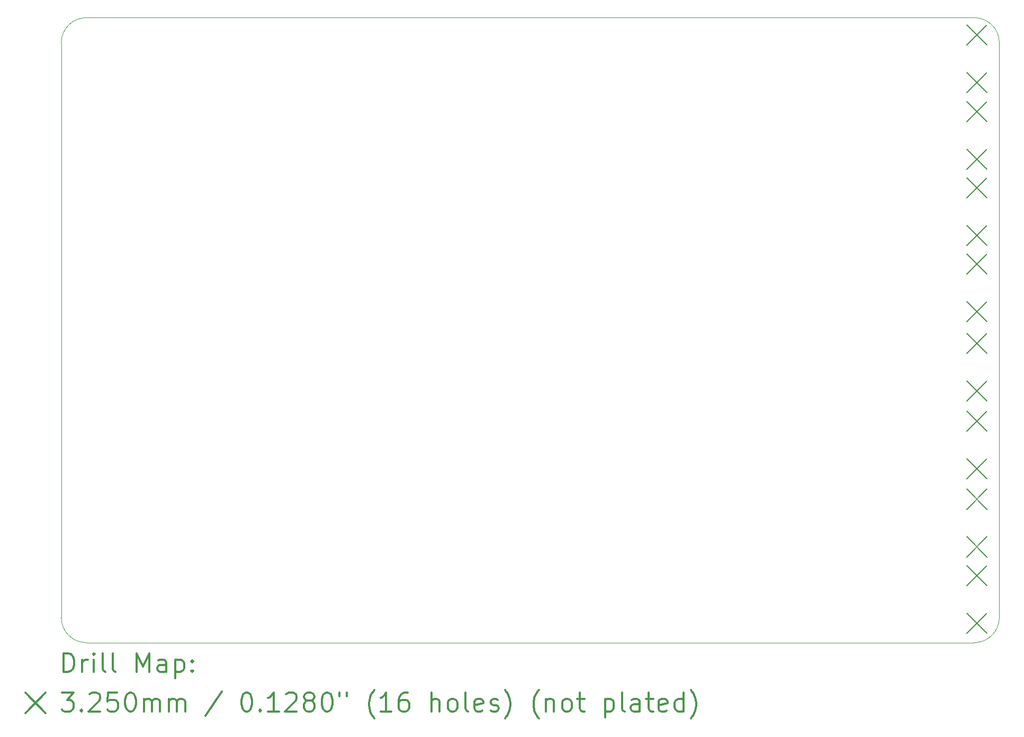
<source format=gbr>
%FSLAX45Y45*%
G04 Gerber Fmt 4.5, Leading zero omitted, Abs format (unit mm)*
G04 Created by KiCad (PCBNEW 5.1.10) date 2021-10-14 00:07:27*
%MOMM*%
%LPD*%
G01*
G04 APERTURE LIST*
%TA.AperFunction,Profile*%
%ADD10C,0.100000*%
%TD*%
%ADD11C,0.200000*%
%ADD12C,0.300000*%
G04 APERTURE END LIST*
D10*
X20562000Y-4268000D02*
G75*
G02*
X20962000Y-4668000I0J-400000D01*
G01*
X20962000Y-13868000D02*
G75*
G02*
X20562000Y-14268000I-400000J0D01*
G01*
X5962000Y-4668000D02*
G75*
G02*
X6362000Y-4268000I400000J0D01*
G01*
X6362000Y-14268000D02*
G75*
G02*
X5962000Y-13868000I0J400000D01*
G01*
X5962000Y-4668000D02*
X5962000Y-13868000D01*
X20562000Y-4268000D02*
X6362000Y-4268000D01*
X20962000Y-13868000D02*
X20962000Y-4668000D01*
X6362000Y-14268000D02*
X20562000Y-14268000D01*
D11*
X20438500Y-4379500D02*
X20763500Y-4704500D01*
X20763500Y-4379500D02*
X20438500Y-4704500D01*
X20438500Y-5141500D02*
X20763500Y-5466500D01*
X20763500Y-5141500D02*
X20438500Y-5466500D01*
X20438500Y-5606500D02*
X20763500Y-5931500D01*
X20763500Y-5606500D02*
X20438500Y-5931500D01*
X20438500Y-6368500D02*
X20763500Y-6693500D01*
X20763500Y-6368500D02*
X20438500Y-6693500D01*
X20438500Y-6829500D02*
X20763500Y-7154500D01*
X20763500Y-6829500D02*
X20438500Y-7154500D01*
X20438500Y-7591500D02*
X20763500Y-7916500D01*
X20763500Y-7591500D02*
X20438500Y-7916500D01*
X20438500Y-8049500D02*
X20763500Y-8374500D01*
X20763500Y-8049500D02*
X20438500Y-8374500D01*
X20438500Y-8811500D02*
X20763500Y-9136500D01*
X20763500Y-8811500D02*
X20438500Y-9136500D01*
X20438500Y-9319500D02*
X20763500Y-9644500D01*
X20763500Y-9319500D02*
X20438500Y-9644500D01*
X20438500Y-10081500D02*
X20763500Y-10406500D01*
X20763500Y-10081500D02*
X20438500Y-10406500D01*
X20438500Y-10560500D02*
X20763500Y-10885500D01*
X20763500Y-10560500D02*
X20438500Y-10885500D01*
X20438500Y-11322500D02*
X20763500Y-11647500D01*
X20763500Y-11322500D02*
X20438500Y-11647500D01*
X20438500Y-11810500D02*
X20763500Y-12135500D01*
X20763500Y-11810500D02*
X20438500Y-12135500D01*
X20438500Y-12572500D02*
X20763500Y-12897500D01*
X20763500Y-12572500D02*
X20438500Y-12897500D01*
X20438500Y-13034500D02*
X20763500Y-13359500D01*
X20763500Y-13034500D02*
X20438500Y-13359500D01*
X20438500Y-13796500D02*
X20763500Y-14121500D01*
X20763500Y-13796500D02*
X20438500Y-14121500D01*
D12*
X5998428Y-14738714D02*
X5998428Y-14438714D01*
X6069857Y-14438714D01*
X6112714Y-14453000D01*
X6141286Y-14481571D01*
X6155571Y-14510143D01*
X6169857Y-14567286D01*
X6169857Y-14610143D01*
X6155571Y-14667286D01*
X6141286Y-14695857D01*
X6112714Y-14724429D01*
X6069857Y-14738714D01*
X5998428Y-14738714D01*
X6298428Y-14738714D02*
X6298428Y-14538714D01*
X6298428Y-14595857D02*
X6312714Y-14567286D01*
X6327000Y-14553000D01*
X6355571Y-14538714D01*
X6384143Y-14538714D01*
X6484143Y-14738714D02*
X6484143Y-14538714D01*
X6484143Y-14438714D02*
X6469857Y-14453000D01*
X6484143Y-14467286D01*
X6498428Y-14453000D01*
X6484143Y-14438714D01*
X6484143Y-14467286D01*
X6669857Y-14738714D02*
X6641286Y-14724429D01*
X6627000Y-14695857D01*
X6627000Y-14438714D01*
X6827000Y-14738714D02*
X6798428Y-14724429D01*
X6784143Y-14695857D01*
X6784143Y-14438714D01*
X7169857Y-14738714D02*
X7169857Y-14438714D01*
X7269857Y-14653000D01*
X7369857Y-14438714D01*
X7369857Y-14738714D01*
X7641286Y-14738714D02*
X7641286Y-14581571D01*
X7627000Y-14553000D01*
X7598428Y-14538714D01*
X7541286Y-14538714D01*
X7512714Y-14553000D01*
X7641286Y-14724429D02*
X7612714Y-14738714D01*
X7541286Y-14738714D01*
X7512714Y-14724429D01*
X7498428Y-14695857D01*
X7498428Y-14667286D01*
X7512714Y-14638714D01*
X7541286Y-14624429D01*
X7612714Y-14624429D01*
X7641286Y-14610143D01*
X7784143Y-14538714D02*
X7784143Y-14838714D01*
X7784143Y-14553000D02*
X7812714Y-14538714D01*
X7869857Y-14538714D01*
X7898428Y-14553000D01*
X7912714Y-14567286D01*
X7927000Y-14595857D01*
X7927000Y-14681571D01*
X7912714Y-14710143D01*
X7898428Y-14724429D01*
X7869857Y-14738714D01*
X7812714Y-14738714D01*
X7784143Y-14724429D01*
X8055571Y-14710143D02*
X8069857Y-14724429D01*
X8055571Y-14738714D01*
X8041286Y-14724429D01*
X8055571Y-14710143D01*
X8055571Y-14738714D01*
X8055571Y-14553000D02*
X8069857Y-14567286D01*
X8055571Y-14581571D01*
X8041286Y-14567286D01*
X8055571Y-14553000D01*
X8055571Y-14581571D01*
X5387000Y-15070500D02*
X5712000Y-15395500D01*
X5712000Y-15070500D02*
X5387000Y-15395500D01*
X5969857Y-15068714D02*
X6155571Y-15068714D01*
X6055571Y-15183000D01*
X6098428Y-15183000D01*
X6127000Y-15197286D01*
X6141286Y-15211571D01*
X6155571Y-15240143D01*
X6155571Y-15311571D01*
X6141286Y-15340143D01*
X6127000Y-15354429D01*
X6098428Y-15368714D01*
X6012714Y-15368714D01*
X5984143Y-15354429D01*
X5969857Y-15340143D01*
X6284143Y-15340143D02*
X6298428Y-15354429D01*
X6284143Y-15368714D01*
X6269857Y-15354429D01*
X6284143Y-15340143D01*
X6284143Y-15368714D01*
X6412714Y-15097286D02*
X6427000Y-15083000D01*
X6455571Y-15068714D01*
X6527000Y-15068714D01*
X6555571Y-15083000D01*
X6569857Y-15097286D01*
X6584143Y-15125857D01*
X6584143Y-15154429D01*
X6569857Y-15197286D01*
X6398428Y-15368714D01*
X6584143Y-15368714D01*
X6855571Y-15068714D02*
X6712714Y-15068714D01*
X6698428Y-15211571D01*
X6712714Y-15197286D01*
X6741286Y-15183000D01*
X6812714Y-15183000D01*
X6841286Y-15197286D01*
X6855571Y-15211571D01*
X6869857Y-15240143D01*
X6869857Y-15311571D01*
X6855571Y-15340143D01*
X6841286Y-15354429D01*
X6812714Y-15368714D01*
X6741286Y-15368714D01*
X6712714Y-15354429D01*
X6698428Y-15340143D01*
X7055571Y-15068714D02*
X7084143Y-15068714D01*
X7112714Y-15083000D01*
X7127000Y-15097286D01*
X7141286Y-15125857D01*
X7155571Y-15183000D01*
X7155571Y-15254429D01*
X7141286Y-15311571D01*
X7127000Y-15340143D01*
X7112714Y-15354429D01*
X7084143Y-15368714D01*
X7055571Y-15368714D01*
X7027000Y-15354429D01*
X7012714Y-15340143D01*
X6998428Y-15311571D01*
X6984143Y-15254429D01*
X6984143Y-15183000D01*
X6998428Y-15125857D01*
X7012714Y-15097286D01*
X7027000Y-15083000D01*
X7055571Y-15068714D01*
X7284143Y-15368714D02*
X7284143Y-15168714D01*
X7284143Y-15197286D02*
X7298428Y-15183000D01*
X7327000Y-15168714D01*
X7369857Y-15168714D01*
X7398428Y-15183000D01*
X7412714Y-15211571D01*
X7412714Y-15368714D01*
X7412714Y-15211571D02*
X7427000Y-15183000D01*
X7455571Y-15168714D01*
X7498428Y-15168714D01*
X7527000Y-15183000D01*
X7541286Y-15211571D01*
X7541286Y-15368714D01*
X7684143Y-15368714D02*
X7684143Y-15168714D01*
X7684143Y-15197286D02*
X7698428Y-15183000D01*
X7727000Y-15168714D01*
X7769857Y-15168714D01*
X7798428Y-15183000D01*
X7812714Y-15211571D01*
X7812714Y-15368714D01*
X7812714Y-15211571D02*
X7827000Y-15183000D01*
X7855571Y-15168714D01*
X7898428Y-15168714D01*
X7927000Y-15183000D01*
X7941286Y-15211571D01*
X7941286Y-15368714D01*
X8527000Y-15054429D02*
X8269857Y-15440143D01*
X8912714Y-15068714D02*
X8941286Y-15068714D01*
X8969857Y-15083000D01*
X8984143Y-15097286D01*
X8998429Y-15125857D01*
X9012714Y-15183000D01*
X9012714Y-15254429D01*
X8998429Y-15311571D01*
X8984143Y-15340143D01*
X8969857Y-15354429D01*
X8941286Y-15368714D01*
X8912714Y-15368714D01*
X8884143Y-15354429D01*
X8869857Y-15340143D01*
X8855571Y-15311571D01*
X8841286Y-15254429D01*
X8841286Y-15183000D01*
X8855571Y-15125857D01*
X8869857Y-15097286D01*
X8884143Y-15083000D01*
X8912714Y-15068714D01*
X9141286Y-15340143D02*
X9155571Y-15354429D01*
X9141286Y-15368714D01*
X9127000Y-15354429D01*
X9141286Y-15340143D01*
X9141286Y-15368714D01*
X9441286Y-15368714D02*
X9269857Y-15368714D01*
X9355571Y-15368714D02*
X9355571Y-15068714D01*
X9327000Y-15111571D01*
X9298429Y-15140143D01*
X9269857Y-15154429D01*
X9555571Y-15097286D02*
X9569857Y-15083000D01*
X9598429Y-15068714D01*
X9669857Y-15068714D01*
X9698429Y-15083000D01*
X9712714Y-15097286D01*
X9727000Y-15125857D01*
X9727000Y-15154429D01*
X9712714Y-15197286D01*
X9541286Y-15368714D01*
X9727000Y-15368714D01*
X9898429Y-15197286D02*
X9869857Y-15183000D01*
X9855571Y-15168714D01*
X9841286Y-15140143D01*
X9841286Y-15125857D01*
X9855571Y-15097286D01*
X9869857Y-15083000D01*
X9898429Y-15068714D01*
X9955571Y-15068714D01*
X9984143Y-15083000D01*
X9998429Y-15097286D01*
X10012714Y-15125857D01*
X10012714Y-15140143D01*
X9998429Y-15168714D01*
X9984143Y-15183000D01*
X9955571Y-15197286D01*
X9898429Y-15197286D01*
X9869857Y-15211571D01*
X9855571Y-15225857D01*
X9841286Y-15254429D01*
X9841286Y-15311571D01*
X9855571Y-15340143D01*
X9869857Y-15354429D01*
X9898429Y-15368714D01*
X9955571Y-15368714D01*
X9984143Y-15354429D01*
X9998429Y-15340143D01*
X10012714Y-15311571D01*
X10012714Y-15254429D01*
X9998429Y-15225857D01*
X9984143Y-15211571D01*
X9955571Y-15197286D01*
X10198429Y-15068714D02*
X10227000Y-15068714D01*
X10255571Y-15083000D01*
X10269857Y-15097286D01*
X10284143Y-15125857D01*
X10298429Y-15183000D01*
X10298429Y-15254429D01*
X10284143Y-15311571D01*
X10269857Y-15340143D01*
X10255571Y-15354429D01*
X10227000Y-15368714D01*
X10198429Y-15368714D01*
X10169857Y-15354429D01*
X10155571Y-15340143D01*
X10141286Y-15311571D01*
X10127000Y-15254429D01*
X10127000Y-15183000D01*
X10141286Y-15125857D01*
X10155571Y-15097286D01*
X10169857Y-15083000D01*
X10198429Y-15068714D01*
X10412714Y-15068714D02*
X10412714Y-15125857D01*
X10527000Y-15068714D02*
X10527000Y-15125857D01*
X10969857Y-15483000D02*
X10955571Y-15468714D01*
X10927000Y-15425857D01*
X10912714Y-15397286D01*
X10898429Y-15354429D01*
X10884143Y-15283000D01*
X10884143Y-15225857D01*
X10898429Y-15154429D01*
X10912714Y-15111571D01*
X10927000Y-15083000D01*
X10955571Y-15040143D01*
X10969857Y-15025857D01*
X11241286Y-15368714D02*
X11069857Y-15368714D01*
X11155571Y-15368714D02*
X11155571Y-15068714D01*
X11127000Y-15111571D01*
X11098429Y-15140143D01*
X11069857Y-15154429D01*
X11498428Y-15068714D02*
X11441286Y-15068714D01*
X11412714Y-15083000D01*
X11398428Y-15097286D01*
X11369857Y-15140143D01*
X11355571Y-15197286D01*
X11355571Y-15311571D01*
X11369857Y-15340143D01*
X11384143Y-15354429D01*
X11412714Y-15368714D01*
X11469857Y-15368714D01*
X11498428Y-15354429D01*
X11512714Y-15340143D01*
X11527000Y-15311571D01*
X11527000Y-15240143D01*
X11512714Y-15211571D01*
X11498428Y-15197286D01*
X11469857Y-15183000D01*
X11412714Y-15183000D01*
X11384143Y-15197286D01*
X11369857Y-15211571D01*
X11355571Y-15240143D01*
X11884143Y-15368714D02*
X11884143Y-15068714D01*
X12012714Y-15368714D02*
X12012714Y-15211571D01*
X11998428Y-15183000D01*
X11969857Y-15168714D01*
X11927000Y-15168714D01*
X11898428Y-15183000D01*
X11884143Y-15197286D01*
X12198428Y-15368714D02*
X12169857Y-15354429D01*
X12155571Y-15340143D01*
X12141286Y-15311571D01*
X12141286Y-15225857D01*
X12155571Y-15197286D01*
X12169857Y-15183000D01*
X12198428Y-15168714D01*
X12241286Y-15168714D01*
X12269857Y-15183000D01*
X12284143Y-15197286D01*
X12298428Y-15225857D01*
X12298428Y-15311571D01*
X12284143Y-15340143D01*
X12269857Y-15354429D01*
X12241286Y-15368714D01*
X12198428Y-15368714D01*
X12469857Y-15368714D02*
X12441286Y-15354429D01*
X12427000Y-15325857D01*
X12427000Y-15068714D01*
X12698428Y-15354429D02*
X12669857Y-15368714D01*
X12612714Y-15368714D01*
X12584143Y-15354429D01*
X12569857Y-15325857D01*
X12569857Y-15211571D01*
X12584143Y-15183000D01*
X12612714Y-15168714D01*
X12669857Y-15168714D01*
X12698428Y-15183000D01*
X12712714Y-15211571D01*
X12712714Y-15240143D01*
X12569857Y-15268714D01*
X12827000Y-15354429D02*
X12855571Y-15368714D01*
X12912714Y-15368714D01*
X12941286Y-15354429D01*
X12955571Y-15325857D01*
X12955571Y-15311571D01*
X12941286Y-15283000D01*
X12912714Y-15268714D01*
X12869857Y-15268714D01*
X12841286Y-15254429D01*
X12827000Y-15225857D01*
X12827000Y-15211571D01*
X12841286Y-15183000D01*
X12869857Y-15168714D01*
X12912714Y-15168714D01*
X12941286Y-15183000D01*
X13055571Y-15483000D02*
X13069857Y-15468714D01*
X13098428Y-15425857D01*
X13112714Y-15397286D01*
X13127000Y-15354429D01*
X13141286Y-15283000D01*
X13141286Y-15225857D01*
X13127000Y-15154429D01*
X13112714Y-15111571D01*
X13098428Y-15083000D01*
X13069857Y-15040143D01*
X13055571Y-15025857D01*
X13598428Y-15483000D02*
X13584143Y-15468714D01*
X13555571Y-15425857D01*
X13541286Y-15397286D01*
X13527000Y-15354429D01*
X13512714Y-15283000D01*
X13512714Y-15225857D01*
X13527000Y-15154429D01*
X13541286Y-15111571D01*
X13555571Y-15083000D01*
X13584143Y-15040143D01*
X13598428Y-15025857D01*
X13712714Y-15168714D02*
X13712714Y-15368714D01*
X13712714Y-15197286D02*
X13727000Y-15183000D01*
X13755571Y-15168714D01*
X13798428Y-15168714D01*
X13827000Y-15183000D01*
X13841286Y-15211571D01*
X13841286Y-15368714D01*
X14027000Y-15368714D02*
X13998428Y-15354429D01*
X13984143Y-15340143D01*
X13969857Y-15311571D01*
X13969857Y-15225857D01*
X13984143Y-15197286D01*
X13998428Y-15183000D01*
X14027000Y-15168714D01*
X14069857Y-15168714D01*
X14098428Y-15183000D01*
X14112714Y-15197286D01*
X14127000Y-15225857D01*
X14127000Y-15311571D01*
X14112714Y-15340143D01*
X14098428Y-15354429D01*
X14069857Y-15368714D01*
X14027000Y-15368714D01*
X14212714Y-15168714D02*
X14327000Y-15168714D01*
X14255571Y-15068714D02*
X14255571Y-15325857D01*
X14269857Y-15354429D01*
X14298428Y-15368714D01*
X14327000Y-15368714D01*
X14655571Y-15168714D02*
X14655571Y-15468714D01*
X14655571Y-15183000D02*
X14684143Y-15168714D01*
X14741286Y-15168714D01*
X14769857Y-15183000D01*
X14784143Y-15197286D01*
X14798428Y-15225857D01*
X14798428Y-15311571D01*
X14784143Y-15340143D01*
X14769857Y-15354429D01*
X14741286Y-15368714D01*
X14684143Y-15368714D01*
X14655571Y-15354429D01*
X14969857Y-15368714D02*
X14941286Y-15354429D01*
X14927000Y-15325857D01*
X14927000Y-15068714D01*
X15212714Y-15368714D02*
X15212714Y-15211571D01*
X15198428Y-15183000D01*
X15169857Y-15168714D01*
X15112714Y-15168714D01*
X15084143Y-15183000D01*
X15212714Y-15354429D02*
X15184143Y-15368714D01*
X15112714Y-15368714D01*
X15084143Y-15354429D01*
X15069857Y-15325857D01*
X15069857Y-15297286D01*
X15084143Y-15268714D01*
X15112714Y-15254429D01*
X15184143Y-15254429D01*
X15212714Y-15240143D01*
X15312714Y-15168714D02*
X15427000Y-15168714D01*
X15355571Y-15068714D02*
X15355571Y-15325857D01*
X15369857Y-15354429D01*
X15398428Y-15368714D01*
X15427000Y-15368714D01*
X15641286Y-15354429D02*
X15612714Y-15368714D01*
X15555571Y-15368714D01*
X15527000Y-15354429D01*
X15512714Y-15325857D01*
X15512714Y-15211571D01*
X15527000Y-15183000D01*
X15555571Y-15168714D01*
X15612714Y-15168714D01*
X15641286Y-15183000D01*
X15655571Y-15211571D01*
X15655571Y-15240143D01*
X15512714Y-15268714D01*
X15912714Y-15368714D02*
X15912714Y-15068714D01*
X15912714Y-15354429D02*
X15884143Y-15368714D01*
X15827000Y-15368714D01*
X15798428Y-15354429D01*
X15784143Y-15340143D01*
X15769857Y-15311571D01*
X15769857Y-15225857D01*
X15784143Y-15197286D01*
X15798428Y-15183000D01*
X15827000Y-15168714D01*
X15884143Y-15168714D01*
X15912714Y-15183000D01*
X16027000Y-15483000D02*
X16041286Y-15468714D01*
X16069857Y-15425857D01*
X16084143Y-15397286D01*
X16098428Y-15354429D01*
X16112714Y-15283000D01*
X16112714Y-15225857D01*
X16098428Y-15154429D01*
X16084143Y-15111571D01*
X16069857Y-15083000D01*
X16041286Y-15040143D01*
X16027000Y-15025857D01*
M02*

</source>
